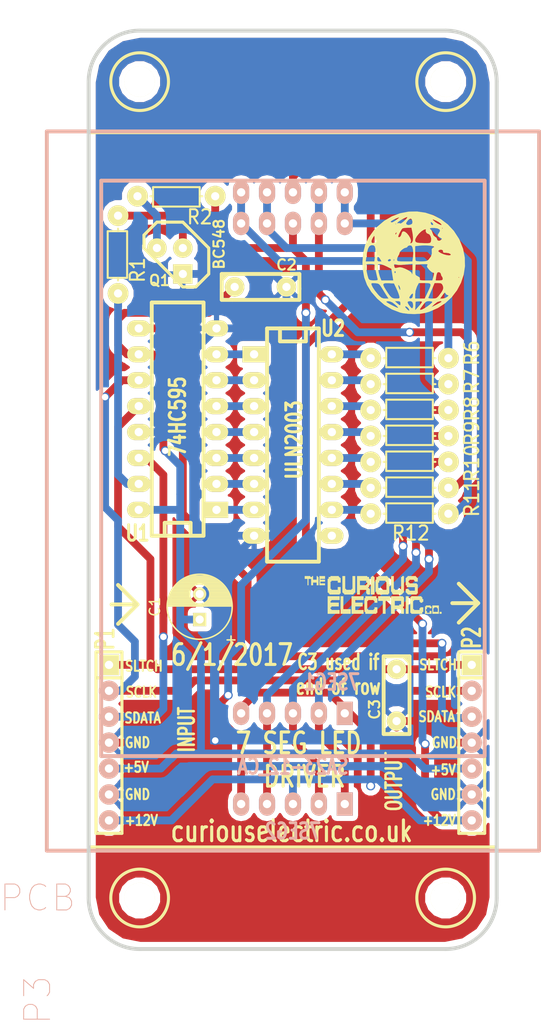
<source format=kicad_pcb>
(kicad_pcb (version 4) (host pcbnew 4.0.4-stable)
  (title_block (date "17 mar 2015"))
  (layers (0 Front signal) (31 Back signal) (34 B.Paste user) (35 F.Paste user) (36 B.SilkS user) (37 F.SilkS user) (38 B.Mask user) (39 F.Mask user) (44 Edge.Cuts user))
  (net 0 "")
  (net 1 +5V)
  (net 2 CLOCK)
  (net 3 DATA)
  (net 4 GND)
  (net 5 LATCH)
  (net 6 "Net-(7SEG1-Pad1)")
  (net 7 "Net-(7SEG1-Pad2)")
  (net 8 "Net-(7SEG1-Pad3)")
  (net 9 "Net-(7SEG1-Pad4)")
  (net 10 "Net-(7SEG1-Pad6)")
  (net 11 "Net-(7SEG1-Pad7)")
  (net 12 "Net-(7SEG1-Pad8)")
  (net 13 "Net-(7SEG1-Pad9)")
  (net 14 "Net-(7SEG1-Pad10)")
  (net 15 "Net-(P2-Pad3)")
  (net 16 "Net-(Q1-Pad3)")
  (net 17 "Net-(R1-Pad1)")
  (net 18 "Net-(R6-Pad1)")
  (net 19 "Net-(R7-Pad1)")
  (net 20 "Net-(R8-Pad1)")
  (net 21 "Net-(R9-Pad1)")
  (net 22 "Net-(R10-Pad1)")
  (net 23 "Net-(R11-Pad1)")
  (net 24 "Net-(R12-Pad1)")
  (net 25 "Net-(U1-Pad1)")
  (net 26 "Net-(U1-Pad2)")
  (net 27 "Net-(U1-Pad3)")
  (net 28 "Net-(U1-Pad4)")
  (net 29 "Net-(U1-Pad5)")
  (net 30 "Net-(U1-Pad6)")
  (net 31 "Net-(U1-Pad7)")
  (net 32 "Net-(Q1-Pad2)")
  (module REInnovationFootprint:7SEG_CC_2_3INCH (layer Back) (at 105.029 110.917 180)
    (fp_text reference 7SEG2 (at 0 -2.54 180) (layer B.SilkS) (effects (font (size 1.524 1.143) (thickness 0.28702)) (justify mirror)))
    (fp_text value SA23-12_CA (at 0 3.81 180) (layer B.SilkS) (effects (font (size 1.524 1.143) (thickness 0.28702)) (justify mirror)))
    (pad 1 thru_hole rect (at -5.08 0.127 180) (size 1.5748 2.286) (drill 0.8128) (layers *.Cu *.Mask B.SilkS) (net 7 "Net-(7SEG1-Pad2)"))
    (pad 2 thru_hole oval (at -2.54 0.127 180) (size 1.5748 2.286) (drill 0.8128) (layers *.Cu *.Mask B.SilkS) (net 8 "Net-(7SEG1-Pad3)"))
    (pad 3 thru_hole oval (at 0 0.127 180) (size 1.5748 2.286) (drill 0.8128) (layers *.Cu *.Mask B.SilkS) (net 6 "Net-(7SEG1-Pad1)"))
    (pad 4 thru_hole oval (at 2.54 0.127 180) (size 1.5748 2.286) (drill 0.8128) (layers *.Cu *.Mask B.SilkS) (net 9 "Net-(7SEG1-Pad4)"))
    (pad 5 thru_hole oval (at 5.08 0.127 180) (size 1.5748 2.286) (drill 0.8128) (layers *.Cu *.Mask B.SilkS) (net 12 "Net-(7SEG1-Pad8)"))
    (pad 6 thru_hole oval (at 5.08 60.071 180) (size 1.5748 2.286) (drill 0.8128) (layers *.Cu *.Mask B.SilkS) (net 10 "Net-(7SEG1-Pad6)"))
    (pad 7 thru_hole oval (at 2.54 60.071 180) (size 1.5748 2.286) (drill 0.8128) (layers *.Cu *.Mask B.SilkS) (net 11 "Net-(7SEG1-Pad7)"))
    (pad 8 thru_hole oval (at 0 60.071 180) (size 1.5748 2.286) (drill 0.8128) (layers *.Cu *.Mask B.SilkS) (net 6 "Net-(7SEG1-Pad1)"))
    (pad 9 thru_hole oval (at -2.54 60.071 180) (size 1.5748 2.286) (drill 0.8128) (layers *.Cu *.Mask B.SilkS) (net 13 "Net-(7SEG1-Pad9)"))
    (pad 10 thru_hole oval (at -5.08 60.071 180) (size 1.5748 2.286) (drill 0.8128) (layers *.Cu *.Mask B.SilkS) (net 14 "Net-(7SEG1-Pad10)"))
  )
  (module REInnovationFootprint:7SEG_CA_SA18-11 (layer Back) (at 105.029 102.027 180)
    (fp_text reference 7SEG1 (at -3.81 3.175 180) (layer B.SilkS) (effects (font (size 1.524 1.143) (thickness 0.28702)) (justify mirror)))
    (fp_text value SA18-11_CA hide)
    (pad 1 thru_hole rect (at -5.08 0.127 180) (size 1.5748 2.286) (drill 0.8128) (layers *.Cu *.Mask B.SilkS) (net 6 "Net-(7SEG1-Pad1)"))
    (pad 2 thru_hole oval (at -2.54 0.127 180) (size 1.5748 2.286) (drill 0.8128) (layers *.Cu *.Mask B.SilkS) (net 7 "Net-(7SEG1-Pad2)"))
    (pad 3 thru_hole oval (at 0 0.127 180) (size 1.5748 2.286) (drill 0.8128) (layers *.Cu *.Mask B.SilkS) (net 8 "Net-(7SEG1-Pad3)"))
    (pad 4 thru_hole oval (at 2.54 0.127 180) (size 1.5748 2.286) (drill 0.8128) (layers *.Cu *.Mask B.SilkS) (net 9 "Net-(7SEG1-Pad4)"))
    (pad 5 thru_hole oval (at 5.08 0.127 180) (size 1.5748 2.286) (drill 0.8128) (layers *.Cu *.Mask B.SilkS) (net 6 "Net-(7SEG1-Pad1)"))
    (pad 6 thru_hole oval (at 5.08 48.133 180) (size 1.5748 2.286) (drill 0.8128) (layers *.Cu *.Mask B.SilkS) (net 10 "Net-(7SEG1-Pad6)"))
    (pad 7 thru_hole oval (at 2.54 48.133 180) (size 1.5748 2.286) (drill 0.8128) (layers *.Cu *.Mask B.SilkS) (net 11 "Net-(7SEG1-Pad7)"))
    (pad 8 thru_hole oval (at 0 48.133 180) (size 1.5748 2.286) (drill 0.8128) (layers *.Cu *.Mask B.SilkS) (net 12 "Net-(7SEG1-Pad8)"))
    (pad 9 thru_hole oval (at -2.54 48.133 180) (size 1.5748 2.286) (drill 0.8128) (layers *.Cu *.Mask B.SilkS) (net 13 "Net-(7SEG1-Pad9)"))
    (pad 10 thru_hole oval (at -5.08 48.133 180) (size 1.5748 2.286) (drill 0.8128) (layers *.Cu *.Mask B.SilkS) (net 14 "Net-(7SEG1-Pad10)"))
  )
  (module reinnovation-footprints:C_Radial_D6.3_L11.2_P2.5 (layer Front) (at 95.885 92.71 90)
    (fp_text reference C1 (at 1.25 -4.4 90) (layer F.SilkS))
    (fp_text value 100u)
    (fp_text user + (at -2 3 90) (layer F.SilkS))
    (pad 2 thru_hole circle (at 2.5 0 90) (size 1.3 1.3) (drill 0.8) (layers *.Cu *.Mask F.SilkS) (net 4 GND))
    (pad 1 thru_hole rect (at 0 0 90) (size 1.3 1.3) (drill 0.8) (layers *.Cu *.Mask F.SilkS) (net 1 +5V))
  )
  (module matts_components:C1_wide_lg_pad (layer Front) (at 100.584 60.117)
    (fp_text reference C2 (at 3.81 -2.159) (layer F.SilkS) (effects (font (size 1.016 1.016) (thickness 0.2032))))
    (fp_text value 100n hide)
    (pad 1 thru_hole circle (at -1.27 0) (size 1.905 1.905) (drill 0.8001) (layers *.Cu *.Mask F.SilkS) (net 1 +5V))
    (pad 2 thru_hole circle (at 3.81 0) (size 1.905 1.905) (drill 0.8001) (layers *.Cu *.Mask F.SilkS) (net 4 GND))
  )
  (module matts_components:C1_wide_lg_pad (layer Front) (at 115.189 98.852 270)
    (fp_text reference C3 (at 2.667 2.159 270) (layer F.SilkS) (effects (font (size 1.016 1.016) (thickness 0.2032))))
    (fp_text value 0.1u hide)
    (pad 1 thru_hole circle (at -1.27 0 270) (size 1.905 1.905) (drill 0.8001) (layers *.Cu *.Mask F.SilkS) (net 5 LATCH))
    (pad 2 thru_hole circle (at 3.81 0 270) (size 1.905 1.905) (drill 0.8001) (layers *.Cu *.Mask F.SilkS) (net 4 GND))
  )
  (module REInnovationFootprint:TH_SIL-7_large_pads (layer Front) (at 86.995 104.775 270)
    (fp_text reference P1 (at -10.16 0.381 270) (layer F.SilkS) (effects (font (size 1.72974 1.08712) (thickness 0.27178))))
    (fp_text value INPUT (at -1.27 -7.62 270) (layer F.SilkS) (effects (font (size 1.524 1.016) (thickness 0.254))))
    (pad 1 thru_hole rect (at -7.62 0 270) (size 1.99898 1.99898) (drill 0.8128) (layers *.Cu *.Mask F.SilkS) (net 5 LATCH))
    (pad 2 thru_hole circle (at -5.08 0 270) (size 1.99898 1.99898) (drill 0.8128) (layers *.Cu *.SilkS *.Mask) (net 2 CLOCK))
    (pad 3 thru_hole circle (at -2.54 0 270) (size 1.99898 1.99898) (drill 0.8128) (layers *.Cu *.SilkS *.Mask) (net 3 DATA))
    (pad 4 thru_hole circle (at 0 0 270) (size 1.99898 1.99898) (drill 0.8128) (layers *.Cu *.SilkS *.Mask) (net 4 GND))
    (pad 5 thru_hole circle (at 2.54 0 270) (size 1.99898 1.99898) (drill 0.8128) (layers *.Cu *.SilkS *.Mask) (net 1 +5V))
    (pad 6 thru_hole circle (at 5.08 0 270) (size 1.99898 1.99898) (drill 0.8128) (layers *.Cu *.SilkS *.Mask) (net 4 GND))
    (pad 7 thru_hole circle (at 7.62 0 270) (size 1.99898 1.99898) (drill 0.8128) (layers *.Cu *.SilkS *.Mask) (net 6 "Net-(7SEG1-Pad1)"))
  )
  (module REInnovationFootprint:TH_SIL-7_large_pads (layer Front) (at 122.555 104.775 270)
    (fp_text reference P2 (at -10.287 0 270) (layer F.SilkS) (effects (font (size 1.72974 1.08712) (thickness 0.27178))))
    (fp_text value OUTPUT (at 3.81 7.62 270) (layer F.SilkS) (effects (font (size 1.524 1.016) (thickness 0.254))))
    (pad 1 thru_hole rect (at -7.62 0 270) (size 1.99898 1.99898) (drill 0.8128) (layers *.Cu *.Mask F.SilkS) (net 5 LATCH))
    (pad 2 thru_hole circle (at -5.08 0 270) (size 1.99898 1.99898) (drill 0.8128) (layers *.Cu *.SilkS *.Mask) (net 2 CLOCK))
    (pad 3 thru_hole circle (at -2.54 0 270) (size 1.99898 1.99898) (drill 0.8128) (layers *.Cu *.SilkS *.Mask) (net 15 "Net-(P2-Pad3)"))
    (pad 4 thru_hole circle (at 0 0 270) (size 1.99898 1.99898) (drill 0.8128) (layers *.Cu *.SilkS *.Mask) (net 4 GND))
    (pad 5 thru_hole circle (at 2.54 0 270) (size 1.99898 1.99898) (drill 0.8128) (layers *.Cu *.SilkS *.Mask) (net 1 +5V))
    (pad 6 thru_hole circle (at 5.08 0 270) (size 1.99898 1.99898) (drill 0.8128) (layers *.Cu *.SilkS *.Mask) (net 4 GND))
    (pad 7 thru_hole circle (at 7.62 0 270) (size 1.99898 1.99898) (drill 0.8128) (layers *.Cu *.SilkS *.Mask) (net 6 "Net-(7SEG1-Pad1)"))
  )
  (module CuriousElectric3:CuriousElectric_globe_10mm (layer Front) (at 116.84 57.704)
    (fp_text reference P4 hide)
    (fp_text value LOGO hide)
  )
  (module REInnovationFootprint:TH_TO92-EBC_large_pad (layer Front) (at 92.964 57.577 270)
    (fp_text reference Q1 (at 1.905 1.016 360) (layer F.SilkS) (effects (font (size 1.016 1.016) (thickness 0.2032))))
    (fp_text value BC548 (at -1.651 -4.826 270) (layer F.SilkS) (effects (font (size 1.016 1.016) (thickness 0.2032))))
    (pad 1 thru_hole rect (at 1.27 -1.27 270) (size 1.905 1.905) (drill 0.8001) (layers *.Cu *.Mask F.SilkS) (net 4 GND))
    (pad 2 thru_hole circle (at -1.27 -1.27 270) (size 1.905 1.905) (drill 0.8001) (layers *.Cu *.Mask F.SilkS) (net 32 "Net-(Q1-Pad2)"))
    (pad 3 thru_hole circle (at -1.27 1.27 270) (size 1.905 1.905) (drill 0.8001) (layers *.Cu *.Mask F.SilkS) (net 16 "Net-(Q1-Pad3)"))
  )
  (module REInnovationFootprint:TH_Resistor_1 (layer Front) (at 87.884 56.942 90)
    (fp_text reference R1 (at -1.524 1.905 90) (layer F.SilkS) (effects (font (size 1.397 1.27) (thickness 0.2032))))
    (fp_text value 1k hide)
    (pad 1 thru_hole circle (at -3.81 0 90) (size 2.032 2.032) (drill 0.8001) (layers *.Cu *.Mask F.SilkS) (net 17 "Net-(R1-Pad1)"))
    (pad 2 thru_hole circle (at 3.81 0 90) (size 2.032 2.032) (drill 0.8001) (layers *.Cu *.Mask F.SilkS) (net 32 "Net-(Q1-Pad2)"))
  )
  (module REInnovationFootprint:TH_Resistor_1 (layer Front) (at 93.599 51.227 180)
    (fp_text reference R2 (at -2.286 -2.032 180) (layer F.SilkS) (effects (font (size 1.397 1.27) (thickness 0.2032))))
    (fp_text value 1k hide)
    (pad 1 thru_hole circle (at -3.81 0 180) (size 2.032 2.032) (drill 0.8001) (layers *.Cu *.Mask F.SilkS) (net 12 "Net-(7SEG1-Pad8)"))
    (pad 2 thru_hole circle (at 3.81 0 180) (size 2.032 2.032) (drill 0.8001) (layers *.Cu *.Mask F.SilkS) (net 16 "Net-(Q1-Pad3)"))
  )
  (module REInnovationFootprint:TH_Resistor_1 (layer Front) (at 116.459 67.102)
    (fp_text reference R6 (at 6.096 -0.508 90) (layer F.SilkS) (effects (font (size 1.397 1.27) (thickness 0.2032))))
    (fp_text value 330 hide)
    (pad 1 thru_hole circle (at -3.81 0) (size 2.032 2.032) (drill 0.8001) (layers *.Cu *.Mask F.SilkS) (net 18 "Net-(R6-Pad1)"))
    (pad 2 thru_hole circle (at 3.81 0) (size 2.032 2.032) (drill 0.8001) (layers *.Cu *.Mask F.SilkS) (net 11 "Net-(7SEG1-Pad7)"))
  )
  (module REInnovationFootprint:TH_Resistor_1 (layer Front) (at 116.459 69.642)
    (fp_text reference R7 (at 6.096 -0.254 90) (layer F.SilkS) (effects (font (size 1.397 1.27) (thickness 0.2032))))
    (fp_text value 330 hide)
    (pad 1 thru_hole circle (at -3.81 0) (size 2.032 2.032) (drill 0.8001) (layers *.Cu *.Mask F.SilkS) (net 19 "Net-(R7-Pad1)"))
    (pad 2 thru_hole circle (at 3.81 0) (size 2.032 2.032) (drill 0.8001) (layers *.Cu *.Mask F.SilkS) (net 10 "Net-(7SEG1-Pad6)"))
  )
  (module REInnovationFootprint:TH_Resistor_1 (layer Front) (at 116.459 72.182)
    (fp_text reference R8 (at 6.096 -0.127 90) (layer F.SilkS) (effects (font (size 1.397 1.27) (thickness 0.2032))))
    (fp_text value 330 hide)
    (pad 1 thru_hole circle (at -3.81 0) (size 2.032 2.032) (drill 0.8001) (layers *.Cu *.Mask F.SilkS) (net 20 "Net-(R8-Pad1)"))
    (pad 2 thru_hole circle (at 3.81 0) (size 2.032 2.032) (drill 0.8001) (layers *.Cu *.Mask F.SilkS) (net 9 "Net-(7SEG1-Pad4)"))
  )
  (module REInnovationFootprint:TH_Resistor_1 (layer Front) (at 116.459 74.722)
    (fp_text reference R9 (at 6.096 -0.254 90) (layer F.SilkS) (effects (font (size 1.397 1.27) (thickness 0.2032))))
    (fp_text value 330 hide)
    (pad 1 thru_hole circle (at -3.81 0) (size 2.032 2.032) (drill 0.8001) (layers *.Cu *.Mask F.SilkS) (net 21 "Net-(R9-Pad1)"))
    (pad 2 thru_hole circle (at 3.81 0) (size 2.032 2.032) (drill 0.8001) (layers *.Cu *.Mask F.SilkS) (net 8 "Net-(7SEG1-Pad3)"))
  )
  (module REInnovationFootprint:TH_Resistor_1 (layer Front) (at 116.459 77.262)
    (fp_text reference R10 (at 6.096 0.127 90) (layer F.SilkS) (effects (font (size 1.397 1.27) (thickness 0.2032))))
    (fp_text value 330 hide)
    (pad 1 thru_hole circle (at -3.81 0) (size 2.032 2.032) (drill 0.8001) (layers *.Cu *.Mask F.SilkS) (net 22 "Net-(R10-Pad1)"))
    (pad 2 thru_hole circle (at 3.81 0) (size 2.032 2.032) (drill 0.8001) (layers *.Cu *.Mask F.SilkS) (net 7 "Net-(7SEG1-Pad2)"))
  )
  (module REInnovationFootprint:TH_Resistor_1 (layer Front) (at 116.459 79.802)
    (fp_text reference R11 (at 6.096 1.016 90) (layer F.SilkS) (effects (font (size 1.397 1.27) (thickness 0.2032))))
    (fp_text value 330 hide)
    (pad 1 thru_hole circle (at -3.81 0) (size 2.032 2.032) (drill 0.8001) (layers *.Cu *.Mask F.SilkS) (net 23 "Net-(R11-Pad1)"))
    (pad 2 thru_hole circle (at 3.81 0) (size 2.032 2.032) (drill 0.8001) (layers *.Cu *.Mask F.SilkS) (net 13 "Net-(7SEG1-Pad9)"))
  )
  (module REInnovationFootprint:TH_Resistor_1 (layer Front) (at 116.459 82.342)
    (fp_text reference R12 (at 0.127 1.905) (layer F.SilkS) (effects (font (size 1.397 1.27) (thickness 0.2032))))
    (fp_text value 330 hide)
    (pad 1 thru_hole circle (at -3.81 0) (size 2.032 2.032) (drill 0.8001) (layers *.Cu *.Mask F.SilkS) (net 24 "Net-(R12-Pad1)"))
    (pad 2 thru_hole circle (at 3.81 0) (size 2.032 2.032) (drill 0.8001) (layers *.Cu *.Mask F.SilkS) (net 14 "Net-(7SEG1-Pad10)"))
  )
  (module REInnovationFootprint:TH_DIP-16__300_ELL (layer Front) (at 93.726 73.071 90)
    (fp_text reference U1 (at -11.176 -3.937 180) (layer F.SilkS) (effects (font (size 1.524 1.143) (thickness 0.28702))))
    (fp_text value 74HC595 (at 0.254 0 90) (layer F.SilkS) (effects (font (size 1.524 1.143) (thickness 0.28575))))
    (pad 1 thru_hole rect (at -8.89 3.81 90) (size 1.5748 2.286) (drill 0.8128) (layers *.Cu *.Mask F.SilkS) (net 25 "Net-(U1-Pad1)"))
    (pad 2 thru_hole oval (at -6.35 3.81 90) (size 1.5748 2.286) (drill 0.8128) (layers *.Cu *.Mask F.SilkS) (net 26 "Net-(U1-Pad2)"))
    (pad 3 thru_hole oval (at -3.81 3.81 90) (size 1.5748 2.286) (drill 0.8128) (layers *.Cu *.Mask F.SilkS) (net 27 "Net-(U1-Pad3)"))
    (pad 4 thru_hole oval (at -1.27 3.81 90) (size 1.5748 2.286) (drill 0.8128) (layers *.Cu *.Mask F.SilkS) (net 28 "Net-(U1-Pad4)"))
    (pad 5 thru_hole oval (at 1.27 3.81 90) (size 1.5748 2.286) (drill 0.8128) (layers *.Cu *.Mask F.SilkS) (net 29 "Net-(U1-Pad5)"))
    (pad 6 thru_hole oval (at 3.81 3.81 90) (size 1.5748 2.286) (drill 0.8128) (layers *.Cu *.Mask F.SilkS) (net 30 "Net-(U1-Pad6)"))
    (pad 7 thru_hole oval (at 6.35 3.81 90) (size 1.5748 2.286) (drill 0.8128) (layers *.Cu *.Mask F.SilkS) (net 31 "Net-(U1-Pad7)"))
    (pad 8 thru_hole oval (at 8.89 3.81 90) (size 1.5748 2.286) (drill 0.8128) (layers *.Cu *.Mask F.SilkS) (net 4 GND))
    (pad 9 thru_hole oval (at 8.89 -3.81 90) (size 1.5748 2.286) (drill 0.8128) (layers *.Cu *.Mask F.SilkS) (net 15 "Net-(P2-Pad3)"))
    (pad 10 thru_hole oval (at 6.35 -3.81 90) (size 1.5748 2.286) (drill 0.8128) (layers *.Cu *.Mask F.SilkS) (net 1 +5V))
    (pad 11 thru_hole oval (at 3.81 -3.81 90) (size 1.5748 2.286) (drill 0.8128) (layers *.Cu *.Mask F.SilkS) (net 2 CLOCK))
    (pad 12 thru_hole oval (at 1.27 -3.81 90) (size 1.5748 2.286) (drill 0.8128) (layers *.Cu *.Mask F.SilkS) (net 5 LATCH))
    (pad 13 thru_hole oval (at -1.27 -3.81 90) (size 1.5748 2.286) (drill 0.8128) (layers *.Cu *.Mask F.SilkS) (net 4 GND))
    (pad 14 thru_hole oval (at -3.81 -3.81 90) (size 1.5748 2.286) (drill 0.8128) (layers *.Cu *.Mask F.SilkS) (net 3 DATA))
    (pad 15 thru_hole oval (at -6.35 -3.81 90) (size 1.5748 2.286) (drill 0.8128) (layers *.Cu *.Mask F.SilkS) (net 17 "Net-(R1-Pad1)"))
    (pad 16 thru_hole oval (at -8.89 -3.81 90) (size 1.5748 2.286) (drill 0.8128) (layers *.Cu *.Mask F.SilkS) (net 1 +5V))
  )
  (module REInnovationFootprint:TH_DIP-16__300_ELL (layer Front) (at 105.029 75.611 270)
    (fp_text reference U2 (at -11.43 -3.937 360) (layer F.SilkS) (effects (font (size 1.524 1.143) (thickness 0.28702))))
    (fp_text value ULN2003 (at -0.508 -0.127 270) (layer F.SilkS) (effects (font (size 1.524 1.143) (thickness 0.28575))))
    (pad 1 thru_hole rect (at -8.89 3.81 270) (size 1.5748 2.286) (drill 0.8128) (layers *.Cu *.Mask F.SilkS) (net 31 "Net-(U1-Pad7)"))
    (pad 2 thru_hole oval (at -6.35 3.81 270) (size 1.5748 2.286) (drill 0.8128) (layers *.Cu *.Mask F.SilkS) (net 30 "Net-(U1-Pad6)"))
    (pad 3 thru_hole oval (at -3.81 3.81 270) (size 1.5748 2.286) (drill 0.8128) (layers *.Cu *.Mask F.SilkS) (net 29 "Net-(U1-Pad5)"))
    (pad 4 thru_hole oval (at -1.27 3.81 270) (size 1.5748 2.286) (drill 0.8128) (layers *.Cu *.Mask F.SilkS) (net 28 "Net-(U1-Pad4)"))
    (pad 5 thru_hole oval (at 1.27 3.81 270) (size 1.5748 2.286) (drill 0.8128) (layers *.Cu *.Mask F.SilkS) (net 27 "Net-(U1-Pad3)"))
    (pad 6 thru_hole oval (at 3.81 3.81 270) (size 1.5748 2.286) (drill 0.8128) (layers *.Cu *.Mask F.SilkS) (net 26 "Net-(U1-Pad2)"))
    (pad 7 thru_hole oval (at 6.35 3.81 270) (size 1.5748 2.286) (drill 0.8128) (layers *.Cu *.Mask F.SilkS) (net 25 "Net-(U1-Pad1)"))
    (pad 8 thru_hole oval (at 8.89 3.81 270) (size 1.5748 2.286) (drill 0.8128) (layers *.Cu *.Mask F.SilkS) (net 4 GND))
    (pad 9 thru_hole oval (at 8.89 -3.81 270) (size 1.5748 2.286) (drill 0.8128) (layers *.Cu *.Mask F.SilkS))
    (pad 10 thru_hole oval (at 6.35 -3.81 270) (size 1.5748 2.286) (drill 0.8128) (layers *.Cu *.Mask F.SilkS) (net 24 "Net-(R12-Pad1)"))
    (pad 11 thru_hole oval (at 3.81 -3.81 270) (size 1.5748 2.286) (drill 0.8128) (layers *.Cu *.Mask F.SilkS) (net 23 "Net-(R11-Pad1)"))
    (pad 12 thru_hole oval (at 1.27 -3.81 270) (size 1.5748 2.286) (drill 0.8128) (layers *.Cu *.Mask F.SilkS) (net 22 "Net-(R10-Pad1)"))
    (pad 13 thru_hole oval (at -1.27 -3.81 270) (size 1.5748 2.286) (drill 0.8128) (layers *.Cu *.Mask F.SilkS) (net 21 "Net-(R9-Pad1)"))
    (pad 14 thru_hole oval (at -3.81 -3.81 270) (size 1.5748 2.286) (drill 0.8128) (layers *.Cu *.Mask F.SilkS) (net 20 "Net-(R8-Pad1)"))
    (pad 15 thru_hole oval (at -6.35 -3.81 270) (size 1.5748 2.286) (drill 0.8128) (layers *.Cu *.Mask F.SilkS) (net 19 "Net-(R7-Pad1)"))
    (pad 16 thru_hole oval (at -8.89 -3.81 270) (size 1.5748 2.286) (drill 0.8128) (layers *.Cu *.Mask F.SilkS) (net 18 "Net-(R6-Pad1)"))
  )
  (module CuriousElectric3:TCEC_Words_13mm (layer Front) (at 105.918 88.184)
    (fp_text reference P5 hide)
    (fp_text value LOGO hide)
  )
  (module REInnovationFootprint:PCB_40x85mm (layer Front) (at 85 85)
    (fp_text reference P3 (at -5 45 90) (layer B.SilkS) (effects (font (size 2.54 2.54) (thickness 0.0889))))
    (fp_text value PCB (at -5 35) (layer B.SilkS) (effects (font (size 2.54 2.54) (thickness 0.0889))))
    (pad "" np_thru_hole circle (at 35 -45) (size 3 3) (drill 3) (layers *.Cu *.Mask F.SilkS))
    (pad "" np_thru_hole circle (at 5 -45) (size 3 3) (drill 3) (layers *.Cu *.Mask F.SilkS))
    (pad "" np_thru_hole circle (at 5 35) (size 3 3) (drill 3) (layers *.Cu *.Mask F.SilkS))
    (pad "" np_thru_hole circle (at 35 35) (size 3 3) (drill 3) (layers *.Cu *.Mask F.SilkS))
  )
  (gr_line (start 85 40) (end 85 120) (angle 90) (layer Edge.Cuts) (width 0.381))
  (gr_line (start 120 35) (end 90 35) (angle 90) (layer Edge.Cuts) (width 0.381))
  (gr_line (start 125 120) (end 125 40) (angle 90) (layer Edge.Cuts) (width 0.381))
  (gr_line (start 90 125) (end 120 125) (angle 90) (layer Edge.Cuts) (width 0.381))
  (gr_arc (start 90 120) (end 90 125) (angle 90) (layer Edge.Cuts) (width 0.381))
  (gr_arc (start 120 120) (end 125 120) (angle 90) (layer Edge.Cuts) (width 0.381))
  (gr_arc (start 120 40) (end 120 35) (angle 90) (layer Edge.Cuts) (width 0.381))
  (gr_arc (start 90 40) (end 85 40) (angle 90) (layer Edge.Cuts) (width 0.381))
  (gr_line (start 89.789 91.232) (end 87.884 93.137) (angle 90) (layer F.SilkS) (width 0.381))
  (gr_text +12V (at 119.38 112.395) (layer F.SilkS) (effects (font (size 1 0.8) (thickness 0.2))))
  (gr_text GND (at 119.761 109.855) (layer F.SilkS) (effects (font (size 1 0.8) (thickness 0.2))))
  (gr_text +5V (at 119.761 107.442) (layer F.SilkS) (effects (font (size 1 0.8) (thickness 0.2))))
  (gr_text GND (at 119.888 104.775) (layer F.SilkS) (effects (font (size 1 0.8) (thickness 0.2))))
  (gr_text SDATA (at 119.126 102.235) (layer F.SilkS) (effects (font (size 1 0.8) (thickness 0.2))))
  (gr_text SLTCH (at 119.253 97.155) (layer F.SilkS) (effects (font (size 1 0.8) (thickness 0.2))))
  (gr_text SCLK (at 119.507 99.822) (layer F.SilkS) (effects (font (size 1 0.8) (thickness 0.2))))
  (gr_text SCLK (at 90.17 99.822) (layer F.SilkS) (effects (font (size 1 0.8) (thickness 0.2))))
  (gr_line (start 89.789 91.232) (end 87.249 91.232) (angle 90) (layer F.SilkS) (width 0.381))
  (gr_line (start 123.19 91.105) (end 121.285 93.01) (angle 90) (layer F.SilkS) (width 0.381))
  (gr_line (start 121.92 89.835) (end 121.285 89.2) (angle 90) (layer F.SilkS) (width 0.381))
  (gr_line (start 123.19 91.105) (end 121.92 89.835) (angle 90) (layer F.SilkS) (width 0.381))
  (gr_line (start 120.65 91.105) (end 123.19 91.105) (angle 90) (layer F.SilkS) (width 0.381))
  (gr_line (start 87.884 89.327) (end 89.789 91.232) (angle 90) (layer F.SilkS) (width 0.381))
  (gr_line (start 89.789 91.232) (end 87.884 89.327) (angle 90) (layer F.SilkS) (width 0.381))
  (gr_text SLTCH (at 90.424 97.282) (layer F.SilkS) (effects (font (size 1 0.8) (thickness 0.2))))
  (gr_text SDATA (at 90.297 102.362) (layer F.SilkS) (effects (font (size 1 0.8) (thickness 0.2))))
  (gr_text GND (at 89.789 104.775) (layer F.SilkS) (effects (font (size 1 0.8) (thickness 0.2))))
  (gr_text +5V (at 89.662 107.188) (layer F.SilkS) (effects (font (size 1 0.8) (thickness 0.2))))
  (gr_text GND (at 89.789 109.855) (layer F.SilkS) (effects (font (size 1 0.8) (thickness 0.2))))
  (gr_text +12V (at 90.17 112.395) (layer F.SilkS) (effects (font (size 1 0.8) (thickness 0.2))))
  (gr_text "C3 used if\nend of row" (at 109.474 98.09) (layer F.SilkS) (effects (font (size 1.5 1) (thickness 0.25))))
  (gr_text 6/1/2017 (at 99.06 96.185) (layer F.SilkS) (effects (font (size 2.032 1.524) (thickness 0.3048))))
  (gr_text curiouselectric.co.uk (at 104.902 113.457) (layer F.SilkS) (effects (font (size 2.032 1.524) (thickness 0.3048))))
  (gr_text "7 SEG LED \nDRIVER" (at 106.172 106.472) (layer F.SilkS) (effects (font (size 2.032 1.524) (thickness 0.3048))))
  (segment (start 122.555 107.315) (end 117.937 107.315) (width 0.762) (layer Back) (net 1))
  (segment (start 117.937 107.315) (end 116.459 105.837) (width 0.762) (layer Back) (net 1))
  (segment (start 86.995 107.315) (end 92.075 107.315) (width 0.762) (layer Back) (net 1))
  (segment (start 93.091 106.299) (end 93.091 106.345) (width 0.762) (layer Back) (net 1))
  (segment (start 92.075 107.315) (end 93.091 106.299) (width 0.762) (layer Back) (net 1))
  (segment (start 95.885 92.71) (end 93.98 92.71) (width 0.762) (layer Back) (net 1))
  (segment (start 94.107 92.583) (end 93.98 92.583) (width 0.762) (layer Back) (net 1))
  (segment (start 93.98 92.71) (end 94.107 92.583) (width 0.762) (layer Back) (net 1))
  (segment (start 96.012 105.837) (end 95.504 105.837) (width 0.762) (layer Back) (net 1))
  (segment (start 93.091 106.345) (end 93.599 105.837) (width 0.762) (layer Back) (net 1))
  (segment (start 93.599 105.837) (end 95.504 105.837) (width 0.762) (layer Back) (net 1))
  (segment (start 92.329 75.992) (end 92.329 67.737) (width 0.762) (layer Front) (net 1))
  (segment (start 88.773 66.721) (end 87.884 65.832) (width 0.762) (layer Front) (net 1))
  (segment (start 87.884 65.832) (end 87.884 63.292) (width 0.762) (layer Front) (net 1))
  (via (at 92.5068 76.1698) (size 0.889) (layers Front Back) (net 1))
  (segment (start 89.916 81.961) (end 93.98 81.961) (width 0.762) (layer Back) (net 1))
  (segment (start 87.884 63.292) (end 88.519 62.657) (width 0.762) (layer Front) (net 1))
  (segment (start 89.916 66.721) (end 88.773 66.721) (width 0.762) (layer Front) (net 1))
  (segment (start 93.98 77.643) (end 92.5068 76.1698) (width 0.762) (layer Back) (net 1))
  (segment (start 93.98 80.437) (end 93.98 77.643) (width 0.762) (layer Back) (net 1))
  (segment (start 93.98 81.961) (end 93.98 80.437) (width 0.762) (layer Back) (net 1))
  (segment (start 96.774 62.657) (end 99.314 60.117) (width 0.762) (layer Front) (net 1))
  (segment (start 93.98 77.643) (end 92.5068 76.1698) (width 0.762) (layer Back) (net 1))
  (segment (start 95.504 105.837) (end 114.554 105.837) (width 0.762) (layer Back) (net 1))
  (segment (start 91.313 66.721) (end 89.916 66.721) (width 0.762) (layer Front) (net 1))
  (segment (start 92.329 67.737) (end 91.313 66.721) (width 0.762) (layer Front) (net 1))
  (segment (start 88.519 62.657) (end 96.774 62.657) (width 0.762) (layer Front) (net 1))
  (segment (start 114.554 105.837) (end 116.459 105.837) (width 0.762) (layer Back) (net 1))
  (segment (start 92.5068 76.1698) (end 92.329 75.992) (width 0.762) (layer Front) (net 1))
  (segment (start 93.98 88.265) (end 93.98 81.961) (width 0.762) (layer Back) (net 1))
  (segment (start 96.012 95.631) (end 96.012 105.837) (width 0.762) (layer Back) (net 1))
  (segment (start 93.98 93.599) (end 96.012 95.631) (width 0.762) (layer Back) (net 1))
  (segment (start 93.98 90.17) (end 93.98 92.583) (width 0.762) (layer Back) (net 1))
  (segment (start 93.98 92.583) (end 93.98 93.599) (width 0.762) (layer Back) (net 1))
  (segment (start 93.98 88.265) (end 93.98 90.17) (width 0.762) (layer Back) (net 1))
  (segment (start 86.995 99.695) (end 94.361 99.695) (width 0.762) (layer Front) (net 2))
  (segment (start 111.633 99.695) (end 122.555 99.695) (width 0.762) (layer Front) (net 2))
  (segment (start 110.617 98.679) (end 111.633 99.695) (width 0.762) (layer Front) (net 2))
  (segment (start 95.377 98.679) (end 110.617 98.679) (width 0.762) (layer Front) (net 2))
  (segment (start 94.361 99.695) (end 95.377 98.679) (width 0.762) (layer Front) (net 2))
  (segment (start 86.995 99.695) (end 88.138 99.695) (width 0.762) (layer Back) (net 2))
  (segment (start 89.535 94.869) (end 87.884 93.218) (width 0.762) (layer Back) (net 2))
  (segment (start 89.535 98.298) (end 89.535 94.869) (width 0.762) (layer Back) (net 2))
  (segment (start 88.138 99.695) (end 89.535 98.298) (width 0.762) (layer Back) (net 2))
  (segment (start 87.884 82.977) (end 86.614 81.707) (width 0.762) (layer Back) (net 2))
  (segment (start 86.614 70.912) (end 88.265 69.261) (width 0.762) (layer Front) (net 2))
  (segment (start 87.884 93.218) (end 87.884 82.977) (width 0.762) (layer Back) (net 2))
  (via (at 86.614 70.912) (size 0.889) (layers Front Back) (net 2))
  (segment (start 88.265 69.261) (end 89.916 69.261) (width 0.762) (layer Front) (net 2))
  (segment (start 86.614 81.707) (end 86.614 70.912) (width 0.762) (layer Back) (net 2))
  (segment (start 86.995 102.235) (end 91.567 102.235) (width 0.762) (layer Back) (net 3))
  (segment (start 92.329 101.473) (end 92.329 94.407) (width 0.762) (layer Back) (net 3))
  (segment (start 91.567 102.235) (end 92.329 101.473) (width 0.762) (layer Back) (net 3))
  (segment (start 92.329 78.532) (end 92.329 91.867) (width 0.762) (layer Front) (net 3))
  (segment (start 92.329 91.867) (end 92.329 93.137) (width 0.762) (layer Front) (net 3))
  (segment (start 90.678 76.881) (end 92.329 78.532) (width 0.762) (layer Front) (net 3))
  (segment (start 89.916 76.881) (end 90.678 76.881) (width 0.762) (layer Front) (net 3))
  (via (at 92.329 94.407) (size 0.889) (layers Front Back) (net 3))
  (segment (start 92.329 94.407) (end 92.329 91.867) (width 0.762) (layer Front) (net 3))
  (segment (start 119.38 105.029) (end 119.38 103.759) (width 0.762) (layer Front) (net 4))
  (segment (start 118.283 102.662) (end 115.189 102.662) (width 0.762) (layer Front) (net 4))
  (segment (start 119.38 103.759) (end 118.283 102.662) (width 0.762) (layer Front) (net 4))
  (segment (start 86.995 109.855) (end 92.075 109.855) (width 0.762) (layer Back) (net 4))
  (segment (start 117.602 109.855) (end 122.555 109.855) (width 0.762) (layer Back) (net 4))
  (segment (start 114.808 107.061) (end 117.602 109.855) (width 0.762) (layer Back) (net 4))
  (segment (start 94.869 107.061) (end 114.808 107.061) (width 0.762) (layer Back) (net 4))
  (segment (start 92.075 109.855) (end 94.869 107.061) (width 0.762) (layer Back) (net 4))
  (segment (start 89.789 104.775) (end 97.201 104.775) (width 0.762) (layer Front) (net 4))
  (segment (start 97.201 104.775) (end 97.409 104.567) (width 0.762) (layer Front) (net 4))
  (segment (start 86.995 109.855) (end 88.773 109.855) (width 0.762) (layer Front) (net 4))
  (segment (start 89.789 104.775) (end 86.995 104.775) (width 0.762) (layer Front) (net 4))
  (segment (start 89.789 108.839) (end 89.789 104.775) (width 0.762) (layer Front) (net 4))
  (segment (start 88.773 109.855) (end 89.789 108.839) (width 0.762) (layer Front) (net 4))
  (segment (start 119.38 104.775) (end 119.38 105.029) (width 0.762) (layer Front) (net 4))
  (segment (start 119.38 105.029) (end 119.38 109.22) (width 0.762) (layer Front) (net 4))
  (segment (start 119.38 109.22) (end 120.015 109.855) (width 0.762) (layer Front) (net 4))
  (segment (start 120.015 109.855) (end 122.555 109.855) (width 0.762) (layer Front) (net 4))
  (segment (start 115.189 102.662) (end 115.362 102.662) (width 0.762) (layer Front) (net 4))
  (segment (start 119.38 104.775) (end 122.555 104.775) (width 0.762) (layer Front) (net 4))
  (segment (start 98.552 90.21) (end 98.679 90.21) (width 0.762) (layer Back) (net 4))
  (segment (start 97.409 104.567) (end 97.409 99.487) (width 0.762) (layer Back) (net 4))
  (segment (start 97.409 99.487) (end 97.409 95.677) (width 0.762) (layer Back) (net 4))
  (segment (start 97.409 95.677) (end 98.679 94.407) (width 0.762) (layer Back) (net 4))
  (segment (start 98.679 94.407) (end 98.679 90.043) (width 0.762) (layer Back) (net 4))
  (segment (start 98.679 90.21) (end 98.512 90.043) (width 0.762) (layer Back) (net 4))
  (segment (start 98.512 90.043) (end 98.425 90.043) (width 0.762) (layer Back) (net 4))
  (segment (start 98.425 90.043) (end 98.679 90.043) (width 0.762) (layer Back) (net 4))
  (segment (start 97.409 104.567) (end 97.409 94.996) (width 0.762) (layer Back) (net 4))
  (segment (start 97.409 94.996) (end 98.552 93.853) (width 0.762) (layer Back) (net 4))
  (segment (start 98.552 93.853) (end 98.552 87.249) (width 0.762) (layer Back) (net 4))
  (via (at 97.409 104.567) (size 0.889) (layers Front Back) (net 4))
  (segment (start 98.552 90.21) (end 98.552 87.249) (width 0.762) (layer Back) (net 4))
  (segment (start 99.568 86.233) (end 99.568 86.279) (width 0.762) (layer Back) (net 4))
  (segment (start 99.568 86.279) (end 101.346 84.501) (width 0.762) (layer Back) (net 4))
  (segment (start 98.552 87.249) (end 99.568 86.233) (width 0.762) (layer Back) (net 4))
  (segment (start 95.885 90.21) (end 98.552 90.21) (width 0.762) (layer Back) (net 4))
  (segment (start 96.393 84.501) (end 95.377 83.485) (width 0.762) (layer Back) (net 4))
  (segment (start 102.87 84.501) (end 104.394 82.977) (width 0.762) (layer Back) (net 4))
  (segment (start 97.409 58.212) (end 102.489 58.212) (width 0.762) (layer Back) (net 4))
  (segment (start 95.377 66.34) (end 97.536 64.181) (width 0.762) (layer Back) (net 4))
  (segment (start 95.377 71.928) (end 95.377 66.34) (width 0.762) (layer Back) (net 4))
  (segment (start 102.489 58.212) (end 104.394 60.117) (width 0.762) (layer Back) (net 4))
  (segment (start 104.394 63.927) (end 104.394 60.117) (width 0.762) (layer Back) (net 4))
  (segment (start 89.916 74.341) (end 95.377 74.341) (width 0.762) (layer Back) (net 4))
  (segment (start 101.346 84.501) (end 102.87 84.501) (width 0.762) (layer Back) (net 4))
  (segment (start 95.377 74.341) (end 95.377 71.928) (width 0.762) (layer Back) (net 4))
  (segment (start 95.377 83.485) (end 95.377 74.341) (width 0.762) (layer Back) (net 4))
  (segment (start 101.219 64.181) (end 104.394 64.181) (width 0.762) (layer Back) (net 4))
  (segment (start 96.774 58.847) (end 97.409 58.212) (width 0.762) (layer Back) (net 4))
  (segment (start 104.394 64.181) (end 104.394 63.927) (width 0.762) (layer Back) (net 4))
  (segment (start 101.346 84.501) (end 96.393 84.501) (width 0.762) (layer Back) (net 4))
  (segment (start 101.219 64.181) (end 97.536 64.181) (width 0.762) (layer Back) (net 4))
  (segment (start 104.394 82.977) (end 104.394 63.927) (width 0.762) (layer Back) (net 4))
  (segment (start 115.189 102.662) (end 115.189 103.297) (width 0.762) (layer Front) (net 4))
  (segment (start 94.234 58.847) (end 96.774 58.847) (width 0.762) (layer Back) (net 4))
  (segment (start 90.932 97.155) (end 91.313 97.155) (width 0.762) (layer Front) (net 5))
  (segment (start 91.313 97.155) (end 91.74 97.582) (width 0.762) (layer Front) (net 5))
  (segment (start 86.995 97.155) (end 91.059 97.155) (width 0.762) (layer Front) (net 5))
  (segment (start 91.059 97.155) (end 90.932 97.155) (width 0.762) (layer Front) (net 5))
  (segment (start 90.932 97.155) (end 91.059 97.155) (width 0.762) (layer Front) (net 5))
  (segment (start 115.189 97.582) (end 116.667 97.582) (width 0.762) (layer Front) (net 5))
  (segment (start 117.983 97.582) (end 119.969 97.582) (width 0.762) (layer Front) (net 5))
  (segment (start 120.396 97.155) (end 122.555 97.155) (width 0.762) (layer Front) (net 5))
  (segment (start 119.969 97.582) (end 120.396 97.155) (width 0.762) (layer Front) (net 5))
  (segment (start 91.059 97.155) (end 91.059 86.787) (width 0.762) (layer Front) (net 5))
  (segment (start 91.059 86.787) (end 87.884 83.612) (width 0.762) (layer Front) (net 5))
  (segment (start 87.884 73.833) (end 89.916 71.801) (width 0.762) (layer Front) (net 5))
  (segment (start 87.884 83.612) (end 87.884 73.833) (width 0.762) (layer Front) (net 5))
  (segment (start 113.665 97.582) (end 116.667 97.582) (width 0.762) (layer Front) (net 5))
  (segment (start 116.667 97.582) (end 117.983 97.582) (width 0.762) (layer Front) (net 5))
  (segment (start 117.983 97.582) (end 118.364 97.582) (width 0.762) (layer Front) (net 5))
  (segment (start 91.74 97.582) (end 113.665 97.582) (width 0.762) (layer Front) (net 5))
  (segment (start 113.665 97.582) (end 115.189 97.582) (width 0.762) (layer Front) (net 5))
  (segment (start 117.729 101.219) (end 117.729 104.648) (width 0.762) (layer Back) (net 6))
  (segment (start 119.634 112.395) (end 122.555 112.395) (width 0.762) (layer Front) (net 6))
  (segment (start 117.983 110.744) (end 119.634 112.395) (width 0.762) (layer Front) (net 6))
  (segment (start 117.983 104.902) (end 117.983 110.744) (width 0.762) (layer Front) (net 6))
  (via (at 117.983 104.902) (size 0.889) (drill 0.635) (layers Front Back) (net 6))
  (segment (start 117.729 104.648) (end 117.983 104.902) (width 0.762) (layer Back) (net 6))
  (segment (start 86.995 112.395) (end 93.137 112.395) (width 0.762) (layer Back) (net 6))
  (segment (start 93.137 112.395) (end 97.155 108.377) (width 0.762) (layer Back) (net 6))
  (segment (start 86.995 112.395) (end 93.091 112.395) (width 0.762) (layer Back) (net 6))
  (segment (start 94.742 110.744) (end 94.742 110.79) (width 0.762) (layer Back) (net 6))
  (segment (start 93.091 112.395) (end 94.742 110.744) (width 0.762) (layer Back) (net 6))
  (segment (start 122.555 112.395) (end 117.475 112.395) (width 0.762) (layer Back) (net 6))
  (segment (start 112.649 108.377) (end 113.411 108.377) (width 0.762) (layer Back) (net 6))
  (segment (start 115.443 110.409) (end 113.411 108.377) (width 0.762) (layer Back) (net 6))
  (segment (start 117.475 112.395) (end 115.443 110.363) (width 0.762) (layer Back) (net 6))
  (segment (start 115.443 110.363) (end 115.443 110.409) (width 0.762) (layer Back) (net 6))
  (segment (start 117.729 93.137) (end 117.729 101.219) (width 0.762) (layer Back) (net 6))
  (segment (start 117.729 101.219) (end 117.729 102.87) (width 0.762) (layer Back) (net 6))
  (segment (start 94.742 110.79) (end 97.155 108.377) (width 0.762) (layer Back) (net 6))
  (segment (start 99.949 101.9) (end 99.949 101.392) (width 0.762) (layer Front) (net 6))
  (segment (start 105.029 108.377) (end 110.109 108.377) (width 0.762) (layer Back) (net 6))
  (segment (start 97.155 108.377) (end 105.029 108.377) (width 0.762) (layer Back) (net 6))
  (segment (start 101.46792 99.87308) (end 108.59008 99.87308) (width 0.762) (layer Front) (net 6))
  (segment (start 112.649 109.012) (end 112.649 108.377) (width 0.762) (layer Back) (net 6))
  (segment (start 108.59008 99.87308) (end 110.109 101.392) (width 0.762) (layer Front) (net 6))
  (segment (start 99.949 101.392) (end 101.46792 99.87308) (width 0.762) (layer Front) (net 6))
  (segment (start 112.649 103.932) (end 112.649 109.012) (width 0.762) (layer Front) (net 6))
  (segment (start 110.109 108.377) (end 112.649 108.377) (width 0.762) (layer Back) (net 6))
  (via (at 112.649 109.012) (size 0.889) (layers Front Back) (net 6))
  (segment (start 110.109 101.9) (end 110.617 101.9) (width 0.762) (layer Front) (net 6))
  (segment (start 112.014 48.687) (end 105.664 48.687) (width 0.762) (layer Front) (net 6))
  (segment (start 112.649 49.322) (end 112.014 48.687) (width 0.762) (layer Front) (net 6))
  (segment (start 105.029 110.79) (end 105.029 108.377) (width 0.762) (layer Back) (net 6))
  (segment (start 105.664 48.687) (end 105.029 49.322) (width 0.762) (layer Front) (net 6))
  (segment (start 110.109 101.392) (end 110.109 101.9) (width 0.762) (layer Front) (net 6))
  (segment (start 105.029 49.322) (end 105.029 50.846) (width 0.762) (layer Front) (net 6))
  (segment (start 106.299 65.832) (end 112.649 59.482) (width 0.762) (layer Front) (net 6))
  (segment (start 112.649 88.057) (end 108.204 88.057) (width 0.762) (layer Front) (net 6))
  (segment (start 106.299 86.152) (end 106.299 65.832) (width 0.762) (layer Front) (net 6))
  (via (at 117.729 93.137) (size 0.889) (layers Front Back) (net 6))
  (segment (start 108.204 88.057) (end 106.299 86.152) (width 0.762) (layer Front) (net 6))
  (segment (start 112.649 59.482) (end 112.649 49.322) (width 0.762) (layer Front) (net 6))
  (segment (start 110.617 101.9) (end 112.649 103.932) (width 0.762) (layer Front) (net 6))
  (segment (start 117.729 93.137) (end 112.649 88.057) (width 0.762) (layer Front) (net 6))
  (segment (start 107.569 101.9) (end 107.569 98.852) (width 0.762) (layer Back) (net 7))
  (segment (start 107.569 98.852) (end 118.364 88.057) (width 0.762) (layer Back) (net 7))
  (segment (start 118.364 88.057) (end 118.364 86.787) (width 0.762) (layer Back) (net 7))
  (segment (start 118.999 77.262) (end 120.269 77.262) (width 0.762) (layer Front) (net 7))
  (segment (start 118.364 77.897) (end 118.999 77.262) (width 0.762) (layer Front) (net 7))
  (segment (start 118.364 86.787) (end 118.364 77.897) (width 0.762) (layer Front) (net 7))
  (via (at 118.364 86.787) (size 0.889) (layers Front Back) (net 7))
  (segment (start 107.569 103.932) (end 107.569 101.9) (width 0.762) (layer Front) (net 7))
  (segment (start 110.109 110.79) (end 110.109 106.472) (width 0.762) (layer Front) (net 7))
  (segment (start 110.109 106.472) (end 107.569 103.932) (width 0.762) (layer Front) (net 7))
  (segment (start 105.029 101.9) (end 105.029 99.487) (width 0.762) (layer Back) (net 8))
  (segment (start 105.029 99.487) (end 117.094 87.422) (width 0.762) (layer Back) (net 8))
  (segment (start 105.029 104.567) (end 105.029 101.9) (width 0.762) (layer Front) (net 8))
  (segment (start 107.569 107.107) (end 105.029 104.567) (width 0.762) (layer Front) (net 8))
  (segment (start 117.094 87.422) (end 117.094 86.152) (width 0.762) (layer Back) (net 8))
  (segment (start 117.094 86.152) (end 117.094 75.992) (width 0.762) (layer Front) (net 8))
  (segment (start 118.364 74.722) (end 120.269 74.722) (width 0.762) (layer Front) (net 8))
  (via (at 117.094 86.152) (size 0.889) (layers Front Back) (net 8))
  (segment (start 117.094 75.992) (end 118.364 74.722) (width 0.762) (layer Front) (net 8))
  (segment (start 105.029 101.9) (end 105.029 101.392) (width 0.762) (layer Back) (net 8))
  (segment (start 107.569 110.79) (end 107.569 107.107) (width 0.762) (layer Front) (net 8))
  (segment (start 102.489 101.9) (end 102.489 100.122) (width 0.762) (layer Back) (net 9))
  (segment (start 102.489 100.122) (end 115.824 86.787) (width 0.762) (layer Back) (net 9))
  (via (at 115.824 85.517) (size 0.889) (layers Front Back) (net 9))
  (segment (start 115.824 86.787) (end 115.824 85.517) (width 0.762) (layer Back) (net 9))
  (segment (start 117.094 72.182) (end 120.269 72.182) (width 0.762) (layer Front) (net 9))
  (segment (start 115.824 73.452) (end 117.094 72.182) (width 0.762) (layer Front) (net 9))
  (segment (start 115.824 85.517) (end 115.824 73.452) (width 0.762) (layer Front) (net 9))
  (segment (start 102.489 101.9) (end 102.616 101.9) (width 0.762) (layer Back) (net 9))
  (segment (start 102.489 110.79) (end 102.489 101.9) (width 0.762) (layer Front) (net 9))
  (segment (start 118.364 69.007) (end 118.364 58.212) (width 0.762) (layer Back) (net 10))
  (segment (start 103.632 57.577) (end 99.949 53.894) (width 0.762) (layer Back) (net 10))
  (segment (start 117.729 57.577) (end 103.632 57.577) (width 0.762) (layer Back) (net 10))
  (segment (start 99.949 53.894) (end 99.949 50.846) (width 0.762) (layer Back) (net 10))
  (segment (start 118.364 58.212) (end 117.729 57.577) (width 0.762) (layer Back) (net 10))
  (segment (start 120.269 69.642) (end 118.999 69.642) (width 0.762) (layer Back) (net 10))
  (segment (start 118.999 69.642) (end 118.364 69.007) (width 0.762) (layer Back) (net 10))
  (segment (start 104.394 56.307) (end 118.364 56.307) (width 0.762) (layer Back) (net 11))
  (segment (start 118.364 56.307) (end 120.269 58.212) (width 0.762) (layer Back) (net 11))
  (segment (start 102.489 54.402) (end 104.394 56.307) (width 0.762) (layer Back) (net 11))
  (segment (start 120.269 58.212) (end 120.269 67.102) (width 0.762) (layer Back) (net 11))
  (segment (start 102.489 53.894) (end 102.489 54.402) (width 0.762) (layer Back) (net 11))
  (segment (start 102.489 53.894) (end 102.489 50.846) (width 0.762) (layer Back) (net 11))
  (segment (start 105.029 53.894) (end 105.029 56.307) (width 0.762) (layer Front) (net 12))
  (segment (start 104.394 56.307) (end 105.029 56.307) (width 0.762) (layer Front) (net 12))
  (segment (start 105.029 56.307) (end 106.299 57.577) (width 0.762) (layer Front) (net 12))
  (segment (start 97.409 55.672) (end 98.044 56.307) (width 0.762) (layer Front) (net 12))
  (segment (start 98.044 56.307) (end 104.394 56.307) (width 0.762) (layer Front) (net 12))
  (segment (start 97.409 51.227) (end 97.409 55.672) (width 0.762) (layer Front) (net 12))
  (segment (start 98.044 102.662) (end 98.044 100.757) (width 0.762) (layer Front) (net 12))
  (segment (start 98.044 100.757) (end 98.679 100.122) (width 0.762) (layer Front) (net 12))
  (via (at 98.679 100.122) (size 0.889) (layers Front Back) (net 12))
  (segment (start 98.679 100.122) (end 98.679 96.312) (width 0.762) (layer Back) (net 12))
  (segment (start 98.679 96.312) (end 99.949 95.042) (width 0.762) (layer Back) (net 12))
  (segment (start 106.299 62.657) (end 106.299 57.577) (width 0.762) (layer Front) (net 12))
  (segment (start 99.949 110.79) (end 99.949 104.567) (width 0.762) (layer Front) (net 12))
  (segment (start 99.949 104.567) (end 98.044 102.662) (width 0.762) (layer Front) (net 12))
  (via (at 106.299 62.657) (size 0.889) (layers Front Back) (net 12))
  (segment (start 106.299 82.977) (end 106.299 62.657) (width 0.762) (layer Back) (net 12))
  (segment (start 99.949 89.327) (end 106.299 82.977) (width 0.762) (layer Back) (net 12))
  (segment (start 99.949 95.042) (end 99.949 89.327) (width 0.762) (layer Back) (net 12))
  (segment (start 107.569 53.894) (end 107.569 50.846) (width 0.762) (layer Back) (net 13))
  (segment (start 116.459 64.562) (end 121.539 64.562) (width 0.762) (layer Front) (net 13))
  (via (at 108.204 61.387) (size 0.889) (layers Front Back) (net 13))
  (segment (start 107.569 60.752) (end 108.204 61.387) (width 0.762) (layer Front) (net 13))
  (segment (start 120.269 79.802) (end 120.904 79.802) (width 0.762) (layer Front) (net 13))
  (segment (start 120.904 79.802) (end 122.174 78.532) (width 0.762) (layer Front) (net 13))
  (segment (start 122.174 78.532) (end 122.174 66.467) (width 0.762) (layer Front) (net 13))
  (segment (start 121.539 64.562) (end 122.174 65.197) (width 0.762) (layer Front) (net 13))
  (via (at 116.459 64.562) (size 0.889) (layers Front Back) (net 13))
  (segment (start 107.569 53.894) (end 107.569 60.752) (width 0.762) (layer Front) (net 13))
  (segment (start 122.174 65.197) (end 122.174 66.467) (width 0.762) (layer Front) (net 13))
  (segment (start 111.379 64.562) (end 116.459 64.562) (width 0.762) (layer Back) (net 13))
  (segment (start 108.204 61.387) (end 111.379 64.562) (width 0.762) (layer Back) (net 13))
  (segment (start 122.174 81.072) (end 122.174 57.577) (width 0.762) (layer Back) (net 14))
  (segment (start 122.174 57.577) (end 120.269 55.672) (width 0.762) (layer Back) (net 14))
  (segment (start 110.109 53.894) (end 118.491 53.894) (width 0.762) (layer Back) (net 14))
  (segment (start 120.904 82.342) (end 122.174 81.072) (width 0.762) (layer Back) (net 14))
  (segment (start 118.491 53.894) (end 120.269 55.672) (width 0.762) (layer Back) (net 14))
  (segment (start 120.269 82.342) (end 120.904 82.342) (width 0.762) (layer Back) (net 14))
  (segment (start 110.109 53.894) (end 110.109 50.846) (width 0.762) (layer Back) (net 14))
  (via (at 119.634 95.042) (size 0.889) (drill 0.635) (layers Front Back) (net 15))
  (segment (start 122.428 102.362) (end 120.396 102.362) (width 0.762) (layer Back) (net 15))
  (segment (start 119.634 101.6) (end 120.396 102.362) (width 0.762) (layer Back) (net 15))
  (segment (start 119.634 101.6) (end 119.634 95.042) (width 0.762) (layer Back) (net 15))
  (segment (start 122.428 102.362) (end 122.555 102.235) (width 0.762) (layer Back) (net 15))
  (segment (start 94.234 82.342) (end 100.584 88.692) (width 0.762) (layer Front) (net 15))
  (segment (start 111.887 96.312) (end 113.03 96.312) (width 0.762) (layer Front) (net 15))
  (segment (start 114.3 95.042) (end 119.634 95.042) (width 0.762) (layer Front) (net 15))
  (segment (start 113.03 96.312) (end 114.3 95.042) (width 0.762) (layer Front) (net 15))
  (segment (start 100.584 94.407) (end 102.489 96.312) (width 0.762) (layer Front) (net 15))
  (segment (start 89.916 64.181) (end 92.583 64.181) (width 0.762) (layer Front) (net 15))
  (segment (start 94.234 65.832) (end 94.234 82.342) (width 0.762) (layer Front) (net 15))
  (segment (start 100.584 88.692) (end 100.584 94.407) (width 0.762) (layer Front) (net 15))
  (segment (start 102.489 96.312) (end 111.887 96.312) (width 0.762) (layer Front) (net 15))
  (segment (start 92.583 64.181) (end 94.234 65.832) (width 0.762) (layer Front) (net 15))
  (segment (start 91.694 53.132) (end 89.789 51.227) (width 0.762) (layer Back) (net 16))
  (segment (start 91.694 56.307) (end 91.694 53.132) (width 0.762) (layer Back) (net 16))
  (segment (start 87.884 60.752) (end 87.884 62.022) (width 0.762) (layer Back) (net 17))
  (segment (start 87.884 78.532) (end 87.884 62.022) (width 0.762) (layer Back) (net 17))
  (segment (start 87.884 62.022) (end 87.884 61.387) (width 0.762) (layer Back) (net 17))
  (segment (start 88.773 79.421) (end 87.884 78.532) (width 0.762) (layer Back) (net 17))
  (segment (start 89.916 79.421) (end 88.773 79.421) (width 0.762) (layer Back) (net 17))
  (segment (start 112.268 66.721) (end 112.649 67.102) (width 0.762) (layer Back) (net 18))
  (segment (start 108.966 66.721) (end 112.268 66.721) (width 0.762) (layer Back) (net 18))
  (segment (start 108.966 69.261) (end 112.268 69.261) (width 0.762) (layer Back) (net 19))
  (segment (start 112.268 69.261) (end 112.649 69.642) (width 0.762) (layer Back) (net 19))
  (segment (start 112.268 71.801) (end 112.649 72.182) (width 0.762) (layer Back) (net 20))
  (segment (start 108.966 71.801) (end 112.268 71.801) (width 0.762) (layer Back) (net 20))
  (segment (start 108.966 74.341) (end 112.268 74.341) (width 0.762) (layer Back) (net 21))
  (segment (start 112.268 74.341) (end 112.649 74.722) (width 0.762) (layer Back) (net 21))
  (segment (start 112.268 76.881) (end 112.649 77.262) (width 0.762) (layer Back) (net 22))
  (segment (start 108.966 76.881) (end 112.268 76.881) (width 0.762) (layer Back) (net 22))
  (segment (start 108.966 79.421) (end 112.268 79.421) (width 0.762) (layer Back) (net 23))
  (segment (start 112.268 79.421) (end 112.649 79.802) (width 0.762) (layer Back) (net 23))
  (segment (start 108.966 81.961) (end 112.268 81.961) (width 0.762) (layer Back) (net 24))
  (segment (start 112.268 81.961) (end 112.649 82.342) (width 0.762) (layer Back) (net 24))
  (segment (start 97.536 81.961) (end 101.346 81.961) (width 0.762) (layer Back) (net 25))
  (segment (start 97.536 79.421) (end 101.346 79.421) (width 0.762) (layer Back) (net 26))
  (segment (start 97.536 76.881) (end 101.346 76.881) (width 0.762) (layer Back) (net 27))
  (segment (start 97.536 74.341) (end 101.346 74.341) (width 0.762) (layer Back) (net 28))
  (segment (start 97.536 71.801) (end 101.346 71.801) (width 0.762) (layer Back) (net 29))
  (segment (start 97.536 69.261) (end 101.346 69.261) (width 0.762) (layer Back) (net 30))
  (segment (start 97.536 66.721) (end 101.219 66.721) (width 0.762) (layer Back) (net 31))
  (segment (start 87.884 53.132) (end 89.154 53.132) (width 0.762) (layer Front) (net 32))
  (segment (start 94.234 54.402) (end 94.234 56.307) (width 0.762) (layer Front) (net 32))
  (segment (start 92.964 53.132) (end 94.234 54.402) (width 0.762) (layer Front) (net 32))
  (segment (start 88.519 53.132) (end 89.154 53.132) (width 0.762) (layer Front) (net 32))
  (segment (start 89.154 53.132) (end 92.964 53.132) (width 0.762) (layer Front) (net 32))
  (zone (net 4) (net_name GND) (layer Front) (connect_pads (clearance 0.508)) (min_thickness 0.254) (fill yes (arc_segments 16) (thermal_gap 0.508) (thermal_bridge_width 0.508))
    (polygon (pts (xy 84 32) (xy 126 32) (xy 126 128) (xy 84 128)))
  )
  (zone (net 4) (net_name GND) (layer Back) (connect_pads (clearance 0.508)) (min_thickness 0.254) (fill yes (arc_segments 16) (thermal_gap 0.508) (thermal_bridge_width 0.508))
    (polygon (pts (xy 84 32) (xy 126 32) (xy 126 128) (xy 84 128)))
  )
)
</source>
